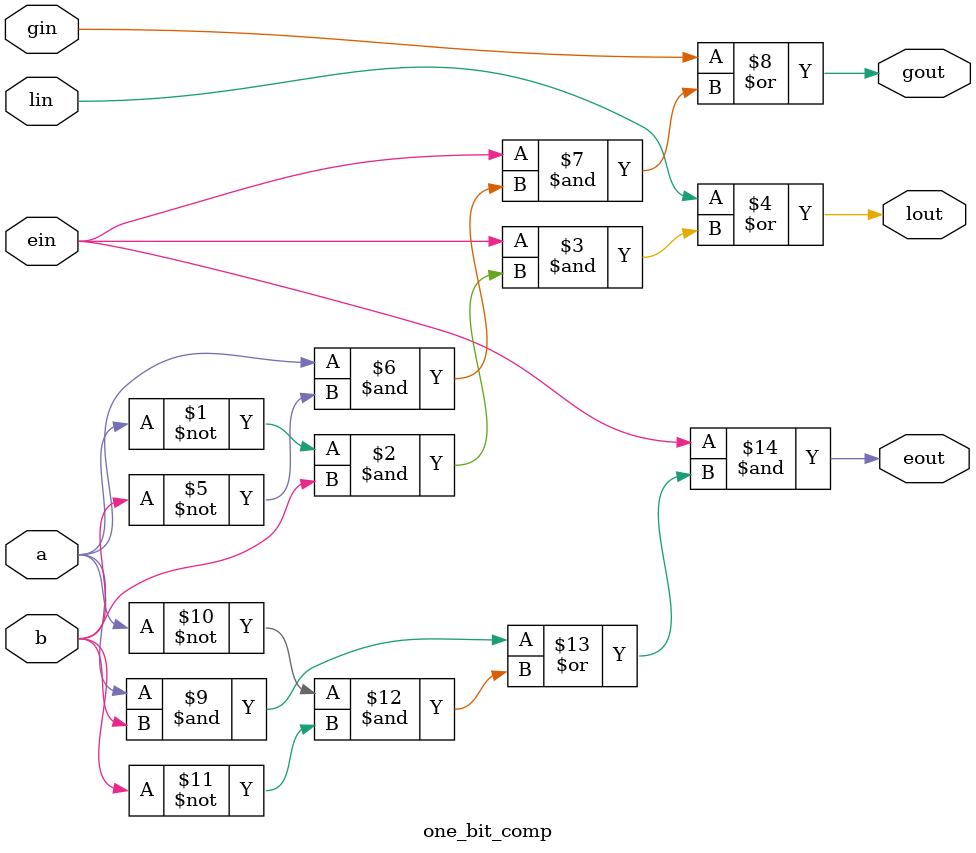
<source format=v>
`timescale 1ns / 1ps
module one_bit_comp(a,b,lin ,ein ,gin, lout,eout,gout);
input a;
input b;
input lin;
input gin;
input ein;
output lout;
output eout;
output gout;
wire lout , eout , gout;
assign lout=(lin|(ein &(~a & b)));
assign gout=(gin |(ein &(a & ~b)));
assign eout=(ein & ((a & b)|(~a & ~b)));
endmodule

</source>
